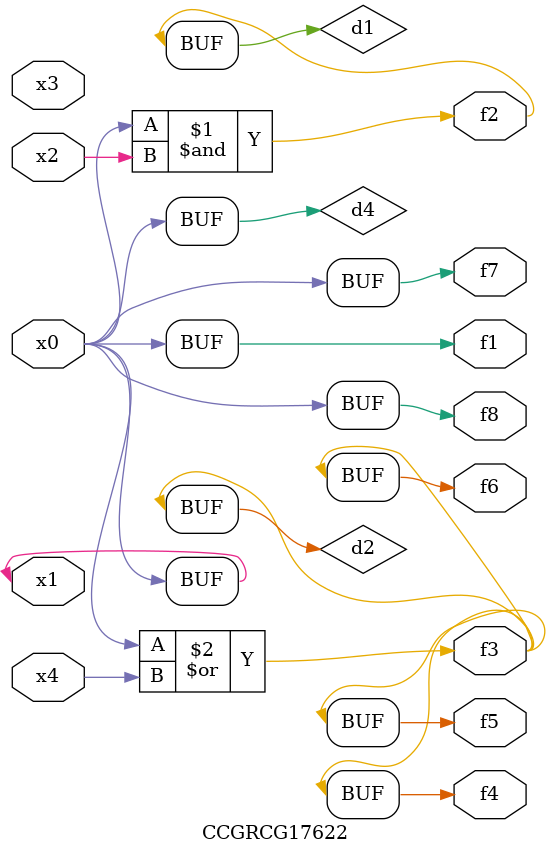
<source format=v>
module CCGRCG17622(
	input x0, x1, x2, x3, x4,
	output f1, f2, f3, f4, f5, f6, f7, f8
);

	wire d1, d2, d3, d4;

	and (d1, x0, x2);
	or (d2, x0, x4);
	nand (d3, x0, x2);
	buf (d4, x0, x1);
	assign f1 = d4;
	assign f2 = d1;
	assign f3 = d2;
	assign f4 = d2;
	assign f5 = d2;
	assign f6 = d2;
	assign f7 = d4;
	assign f8 = d4;
endmodule

</source>
